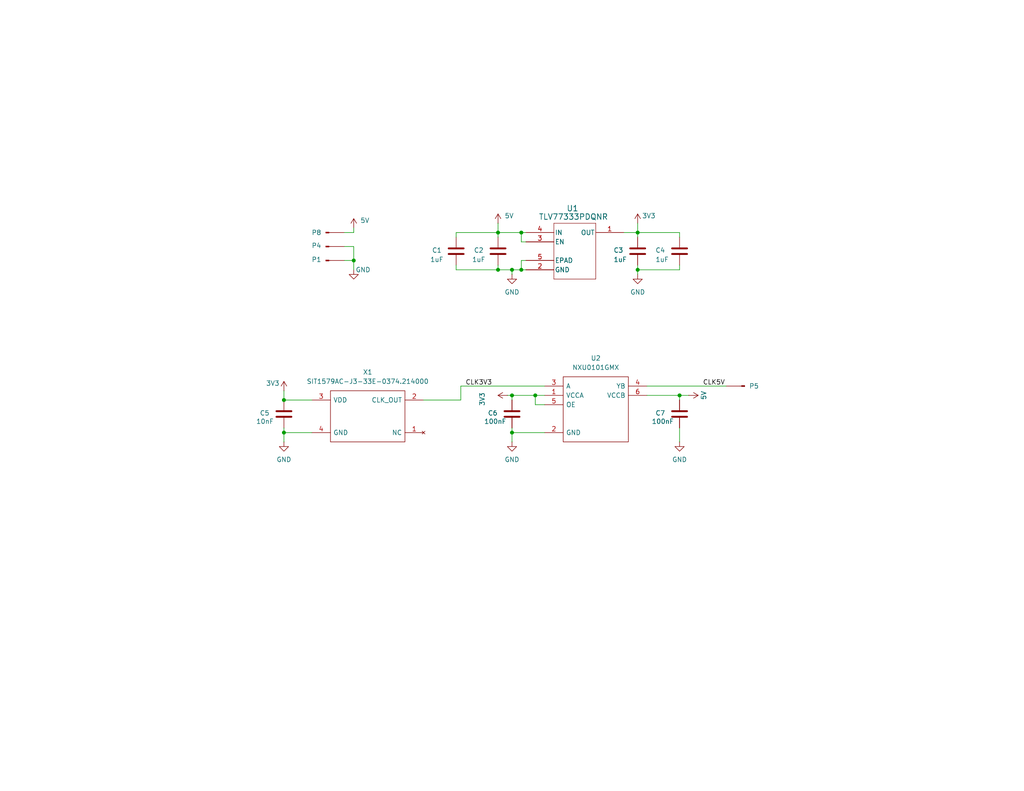
<source format=kicad_sch>
(kicad_sch (version 20250114) (generator "eeschema") (generator_version "9.0")
  (paper "USLetter")
  (title_block (title "Replacement 5V 374.214kHz Oscillator") (date "2025-04-24") (rev "A") (company "Fun & Tech LLC") (comment 1 "Prepared by: Caleb Begly"))
  (lib_symbols
    (symbol "2025-04-23_04-53-40:TLV77333PDQNR" (pin_names (offset 0.254))
      (property "Reference" "U1" (at 12.7 9.144 0))
      (property "Value" "TLV77333PDQNR" (at 12.954 6.858 0))
      (symbol "TLV77333PDQNR_0_1"
        (polyline (pts (xy 7.62 5.08) (xy 7.62 -10.16)) (stroke (width 0.127)))
        (polyline (pts (xy 7.62 -10.16) (xy 19.05 -10.16)) (stroke (width 0.127)))
        (polyline (pts (xy 19.05 5.08) (xy 7.62 5.08)) (stroke (width 0.127)))
        (polyline (pts (xy 19.05 -10.16) (xy 19.05 5.08)) (stroke (width 0.127)))
        (pin input line (at 0 2.54 0) (length 7.62) (name "IN") (number "4"))
        (pin input line (at 0 0 0) (length 7.62) (name "EN") (number "3"))
        (pin power_out line (at 0 -5.08 0) (length 7.62) (name "EPAD") (number "5"))
        (pin power_out line (at 0 -7.62 0) (length 7.62) (name "GND") (number "2"))
        (pin output line (at 26.67 2.54 180) (length 7.62) (name "OUT") (number "1"))
      )
    )
    (symbol "Conn_01x01_Pin_1" (pin_numbers (hide yes)) (pin_names (offset 1.016) (hide yes))
      (property "Reference" "J" (at 0 2.54 0))
      (property "Value" "Conn_01x01_Pin" (at 0 -2.54 0))
      (symbol "Conn_01x01_Pin_1_1_1"
        (rectangle (start 0.8636 0.127) (end 0 -0.127) (stroke (width 0.1524)) (fill (type outline)))
        (polyline (pts (xy 1.27 0) (xy 0.8636 0)) (stroke (width 0.1524)))
        (pin passive line (at 5.08 0 180) (length 3.81) (name "Pin_1") (number "1"))
      )
    )
    (symbol "Conn_01x01_Pin_2" (pin_numbers (hide yes)) (pin_names (offset 1.016) (hide yes))
      (property "Reference" "J" (at 0 2.54 0))
      (property "Value" "Conn_01x01_Pin" (at 0 -2.54 0))
      (symbol "Conn_01x01_Pin_2_1_1"
        (rectangle (start 0.8636 0.127) (end 0 -0.127) (stroke (width 0.1524)) (fill (type outline)))
        (polyline (pts (xy 1.27 0) (xy 0.8636 0)) (stroke (width 0.1524)))
        (pin passive line (at 5.08 0 180) (length 3.81) (name "Pin_1") (number "1"))
      )
    )
    (symbol "Conn_01x01_Pin_3" (pin_numbers (hide yes)) (pin_names (offset 1.016) (hide yes))
      (property "Reference" "J" (at 0 2.54 0))
      (property "Value" "Conn_01x01_Pin" (at 0 -2.54 0))
      (symbol "Conn_01x01_Pin_3_1_1"
        (rectangle (start 0.8636 0.127) (end 0 -0.127) (stroke (width 0.1524)) (fill (type outline)))
        (polyline (pts (xy 1.27 0) (xy 0.8636 0)) (stroke (width 0.1524)))
        (pin passive line (at 5.08 0 180) (length 3.81) (name "Pin_1") (number "1"))
      )
    )
    (symbol "Connector:Conn_01x01_Pin" (pin_numbers (hide yes)) (pin_names (offset 1.016) (hide yes))
      (property "Reference" "J" (at 0 2.54 0))
      (property "Value" "Conn_01x01_Pin" (at 0 -2.54 0))
      (symbol "Conn_01x01_Pin_1_1"
        (rectangle (start 0.8636 0.127) (end 0 -0.127) (stroke (width 0.1524)) (fill (type outline)))
        (polyline (pts (xy 1.27 0) (xy 0.8636 0)) (stroke (width 0.1524)))
        (pin passive line (at 5.08 0 180) (length 3.81) (name "Pin_1") (number "1"))
      )
    )
    (symbol "Device:C" (pin_numbers (hide yes)) (pin_names (offset 0.254))
      (property "Reference" "C" (at 0.635 2.54 0))
      (property "Value" "C" (at 0.635 -2.54 0))
      (symbol "C_0_1"
        (polyline (pts (xy -2.032 0.762) (xy 2.032 0.762)) (stroke (width 0.508)))
        (polyline (pts (xy -2.032 -0.762) (xy 2.032 -0.762)) (stroke (width 0.508)))
      )
      (symbol "C_1_1"
        (pin passive line (at 0 3.81 270) (length 2.794) (name "~") (number "1"))
        (pin passive line (at 0 -3.81 90) (length 2.794) (name "~") (number "2"))
      )
    )
    (symbol "SamacSys_Parts:NXU0101GMX" (pin_names (offset 0.762))
      (property "Reference" "AT1" (at 13.97 7.62 0))
      (property "Value" "NXU0101GMX" (at 13.97 5.08 0))
      (symbol "NXU0101GMX_0_0"
        (pin input line (at 0 0 0) (length 5.08) (name "A") (number "3"))
        (pin power_in line (at 0 -2.54 0) (length 5.08) (name "VCCA") (number "1"))
        (pin input line (at 0 -5.08 0) (length 5.08) (name "OE") (number "5"))
        (pin power_in line (at 0 -12.7 0) (length 5.08) (name "GND") (number "2"))
        (pin output line (at 27.94 0 180) (length 5.08) (name "YB") (number "4"))
        (pin power_in line (at 27.94 -2.54 180) (length 5.08) (name "VCCB") (number "6"))
      )
      (symbol "NXU0101GMX_0_1"
        (polyline (pts (xy 5.08 2.54) (xy 22.86 2.54) (xy 22.86 -15.24) (xy 5.08 -15.24) (xy 5.08 2.54)) (stroke (width 0.1524)))
      )
    )
    (symbol "SamacSys_Parts:SiT1579A-J3-0001" (pin_names (offset 0.762))
      (property "Reference" "X1" (at 15.24 7.62 0))
      (property "Value" "SIT1579AC-J3-33E-0374.214000" (at 15.24 5.08 0))
      (symbol "SiT1579A-J3-0001_0_0"
        (pin passive line (at 0 0 0) (length 5.08) (name "VDD") (number "3"))
        (pin passive line (at 0 -8.89 0) (length 5.08) (name "GND") (number "4"))
        (pin passive line (at 30.48 0 180) (length 5.08) (name "CLK_OUT") (number "2"))
        (pin no_connect line (at 30.48 -8.89 180) (length 5.08) (name "NC") (number "1"))
      )
      (symbol "SiT1579A-J3-0001_0_1"
        (polyline (pts (xy 5.08 2.54) (xy 25.4 2.54) (xy 25.4 -11.43) (xy 5.08 -11.43) (xy 5.08 2.54)) (stroke (width 0.1524)))
      )
    )
    (symbol "power:GND" (power) (pin_numbers (hide yes)) (pin_names (offset 0) (hide yes))
      (property "Value" "GND" (at 0 -3.81 0))
      (symbol "GND_0_1"
        (polyline (pts (xy 0 0) (xy 0 -1.27) (xy 1.27 -1.27) (xy 0 -2.54) (xy -1.27 -1.27) (xy 0 -1.27)))
      )
      (symbol "GND_1_1"
        (pin power_in line (at 0 0 270) (length 0) (name "~") (number "1"))
      )
    )
    (symbol "power:VDD" (power) (pin_numbers (hide yes)) (pin_names (offset 0) (hide yes))
      (property "Value" "VDD" (at 0 3.556 0))
      (symbol "VDD_0_1"
        (polyline (pts (xy -0.762 1.27) (xy 0 2.54)))
        (polyline (pts (xy 0 2.54) (xy 0.762 1.27)))
        (polyline (pts (xy 0 0) (xy 0 2.54)))
      )
      (symbol "VDD_1_1"
        (pin power_in line (at 0 0 90) (length 0) (name "~") (number "1"))
      )
    )
  )
  (junction (at 173.99 73.66))
  (junction (at 139.7 73.66))
  (junction (at 146.05 107.95))
  (junction (at 135.89 63.5))
  (junction (at 142.24 73.66))
  (junction (at 77.47 109.22))
  (junction (at 142.24 63.5))
  (junction (at 173.99 63.5))
  (junction (at 96.52 71.12))
  (junction (at 139.7 118.11))
  (junction (at 139.7 107.95))
  (junction (at 135.89 73.66))
  (junction (at 185.42 107.95))
  (junction (at 77.47 118.11))
  (wire (pts (xy 146.05 110.49) (xy 146.05 107.95)))
  (wire (pts (xy 185.42 72.39) (xy 185.42 73.66)))
  (wire (pts (xy 124.46 73.66) (xy 135.89 73.66)))
  (wire (pts (xy 135.89 73.66) (xy 139.7 73.66)))
  (wire (pts (xy 148.59 110.49) (xy 146.05 110.49)))
  (wire (pts (xy 124.46 64.77) (xy 124.46 63.5)))
  (wire (pts (xy 143.51 71.12) (xy 142.24 71.12)))
  (wire (pts (xy 142.24 73.66) (xy 143.51 73.66)))
  (wire (pts (xy 77.47 118.11) (xy 77.47 120.65)))
  (wire (pts (xy 135.89 72.39) (xy 135.89 73.66)))
  (wire (pts (xy 77.47 106.68) (xy 77.47 109.22)))
  (wire (pts (xy 96.52 73.66) (xy 96.52 71.12)))
  (wire (pts (xy 139.7 73.66) (xy 142.24 73.66)))
  (wire (pts (xy 77.47 118.11) (xy 85.09 118.11)))
  (wire (pts (xy 173.99 73.66) (xy 185.42 73.66)))
  (wire (pts (xy 139.7 118.11) (xy 139.7 116.84)))
  (wire (pts (xy 185.42 107.95) (xy 185.42 109.22)))
  (wire (pts (xy 124.46 63.5) (xy 135.89 63.5)))
  (wire (pts (xy 135.89 63.5) (xy 135.89 64.77)))
  (wire (pts (xy 138.43 107.95) (xy 139.7 107.95)))
  (wire (pts (xy 143.51 63.5) (xy 142.24 63.5)))
  (wire (pts (xy 93.98 71.12) (xy 96.52 71.12)))
  (wire (pts (xy 148.59 118.11) (xy 139.7 118.11)))
  (wire (pts (xy 125.73 109.22) (xy 125.73 105.41)))
  (wire (pts (xy 77.47 109.22) (xy 85.09 109.22)))
  (wire (pts (xy 173.99 72.39) (xy 173.99 73.66)))
  (wire (pts (xy 124.46 72.39) (xy 124.46 73.66)))
  (wire (pts (xy 173.99 60.96) (xy 173.99 63.5)))
  (wire (pts (xy 139.7 73.66) (xy 139.7 74.93)))
  (wire (pts (xy 96.52 67.31) (xy 93.98 67.31)))
  (wire (pts (xy 96.52 71.12) (xy 96.52 67.31)))
  (wire (pts (xy 173.99 63.5) (xy 170.18 63.5)))
  (wire (pts (xy 93.98 63.5) (xy 96.52 63.5)))
  (wire (pts (xy 139.7 118.11) (xy 139.7 120.65)))
  (wire (pts (xy 173.99 73.66) (xy 173.99 74.93)))
  (wire (pts (xy 142.24 71.12) (xy 142.24 73.66)))
  (wire (pts (xy 135.89 63.5) (xy 142.24 63.5)))
  (wire (pts (xy 187.96 107.95) (xy 185.42 107.95)))
  (wire (pts (xy 96.52 63.5) (xy 96.52 62.23)))
  (wire (pts (xy 115.57 109.22) (xy 125.73 109.22)))
  (wire (pts (xy 173.99 64.77) (xy 173.99 63.5)))
  (wire (pts (xy 139.7 107.95) (xy 139.7 109.22)))
  (wire (pts (xy 176.53 107.95) (xy 185.42 107.95)))
  (wire (pts (xy 135.89 60.96) (xy 135.89 63.5)))
  (wire (pts (xy 142.24 66.04) (xy 142.24 63.5)))
  (wire (pts (xy 77.47 116.84) (xy 77.47 118.11)))
  (wire (pts (xy 143.51 66.04) (xy 142.24 66.04)))
  (wire (pts (xy 185.42 64.77) (xy 185.42 63.5)))
  (wire (pts (xy 148.59 107.95) (xy 146.05 107.95)))
  (wire (pts (xy 185.42 116.84) (xy 185.42 120.65)))
  (wire (pts (xy 176.53 105.41) (xy 198.12 105.41)))
  (wire (pts (xy 125.73 105.41) (xy 148.59 105.41)))
  (wire (pts (xy 146.05 107.95) (xy 139.7 107.95)))
  (wire (pts (xy 173.99 63.5) (xy 185.42 63.5)))
  (label "CLK5V" (at 191.77 105.41 0))
  (label "CLK3V3" (at 127 105.41 0))
  (symbol (lib_name "Conn_01x01_Pin_2") (lib_id "Connector:Conn_01x01_Pin") (at 203.2 105.41 0) (mirror y) (unit 1)
    (property "Reference" "P5" (at 205.74 105.41 0))
    (property "Value" "Conn_01x01_Pin" (effects (hide yes)))
    (property "Footprint" "Connector_PinHeader_2.54mm:PinHeader_1x01_P2.54mm_Vertical" (effects (hide yes)))
    (property "Description" "Generic connector, single row, 01x01, script generated" (effects (hide yes)))
  )
  (symbol (lib_id "power:VDD") (at 187.96 107.95 270) (unit 1)
    (property "Reference" "#PWR012" (effects (hide yes)))
    (property "Value" "5V" (at 192.024 107.95 0))
    (property "Description" "Power symbol creates a global label with name \"VDD\"" (effects (hide yes)))
  )
  (symbol (lib_id "power:VDD") (at 96.52 62.23 0) (unit 1)
    (property "Reference" "#PWR03" (effects (hide yes)))
    (property "Value" "5V" (at 99.568 60.198 0))
    (property "Description" "Power symbol creates a global label with name \"VDD\"" (effects (hide yes)))
  )
  (symbol (lib_id "Device:C") (at 77.47 113.03 0) (unit 1)
    (property "Reference" "C5" (at 70.866 112.776 0) (effects (justify left)))
    (property "Value" "10nF" (at 69.85 115.062 0) (effects (justify left)))
    (property "Footprint" "Capacitor_SMD:C_0201_0603Metric" (effects (hide yes)))
    (property "Description" "Unpolarized capacitor" (effects (hide yes)))
  )
  (symbol (lib_name "Conn_01x01_Pin_3") (lib_id "Connector:Conn_01x01_Pin") (at 88.9 67.31 0) (unit 1)
    (property "Reference" "P4" (at 86.36 67.056 0))
    (property "Value" "Conn_01x01_Pin" (effects (hide yes)))
    (property "Footprint" "Connector_PinHeader_2.54mm:PinHeader_1x01_P2.54mm_Vertical" (effects (hide yes)))
    (property "Description" "Generic connector, single row, 01x01, script generated" (effects (hide yes)))
  )
  (symbol (lib_id "Connector:Conn_01x01_Pin") (at 88.9 71.12 0) (unit 1)
    (property "Reference" "P1" (at 86.36 70.866 0))
    (property "Value" "Conn_01x01_Pin" (effects (hide yes)))
    (property "Footprint" "Connector_PinHeader_2.54mm:PinHeader_1x01_P2.54mm_Vertical" (effects (hide yes)))
    (property "Description" "Generic connector, single row, 01x01, script generated" (effects (hide yes)))
  )
  (symbol (lib_id "power:GND") (at 139.7 120.65 0) (unit 1)
    (property "Reference" "#PWR08" (effects (hide yes)))
    (property "Value" "GND" (at 139.7 125.476 0))
    (property "Description" "Power symbol creates a global label with name \"GND\" , ground" (effects (hide yes)))
  )
  (symbol (lib_id "power:GND") (at 185.42 120.65 0) (unit 1)
    (property "Reference" "#PWR09" (effects (hide yes)))
    (property "Value" "GND" (at 185.42 125.476 0))
    (property "Description" "Power symbol creates a global label with name \"GND\" , ground" (effects (hide yes)))
  )
  (symbol (lib_id "power:VDD") (at 173.99 60.96 0) (unit 1)
    (property "Reference" "#PWR06" (effects (hide yes)))
    (property "Value" "3V3" (at 177.038 58.928 0))
    (property "Description" "Power symbol creates a global label with name \"VDD\"" (effects (hide yes)))
  )
  (symbol (lib_id "Device:C") (at 173.99 68.58 0) (unit 1)
    (property "Reference" "C3" (at 167.386 68.326 0) (effects (justify left)))
    (property "Value" "1uF" (at 167.386 70.866 0) (effects (justify left)))
    (property "Footprint" "Capacitor_SMD:C_0201_0603Metric" (effects (hide yes)))
    (property "Description" "Unpolarized capacitor" (effects (hide yes)))
  )
  (symbol (lib_id "power:VDD") (at 135.89 60.96 0) (unit 1)
    (property "Reference" "#PWR011" (effects (hide yes)))
    (property "Value" "5V" (at 138.938 58.928 0))
    (property "Description" "Power symbol creates a global label with name \"VDD\"" (effects (hide yes)))
  )
  (symbol (lib_id "Device:C") (at 124.46 68.58 0) (unit 1)
    (property "Reference" "C1" (at 117.856 68.326 0) (effects (justify left)))
    (property "Value" "1uF" (at 117.348 70.866 0) (effects (justify left)))
    (property "Footprint" "Capacitor_SMD:C_0201_0603Metric" (effects (hide yes)))
    (property "Description" "Unpolarized capacitor" (effects (hide yes)))
  )
  (symbol (lib_id "power:GND") (at 173.99 74.93 0) (unit 1)
    (property "Reference" "#PWR05" (effects (hide yes)))
    (property "Value" "GND" (at 173.99 79.756 0))
    (property "Description" "Power symbol creates a global label with name \"GND\" , ground" (effects (hide yes)))
  )
  (symbol (lib_name "Conn_01x01_Pin_1") (lib_id "Connector:Conn_01x01_Pin") (at 88.9 63.5 0) (unit 1)
    (property "Reference" "P8" (at 86.36 63.5 0))
    (property "Value" "Conn_01x01_Pin" (effects (hide yes)))
    (property "Footprint" "Connector_PinHeader_2.54mm:PinHeader_1x01_P2.54mm_Vertical" (effects (hide yes)))
    (property "Description" "Generic connector, single row, 01x01, script generated" (effects (hide yes)))
  )
  (symbol (lib_id "Device:C") (at 139.7 113.03 0) (unit 1)
    (property "Reference" "C6" (at 133.096 112.776 0) (effects (justify left)))
    (property "Value" "100nF" (at 132.08 115.062 0) (effects (justify left)))
    (property "Footprint" "Capacitor_SMD:C_0201_0603Metric" (effects (hide yes)))
    (property "Description" "Unpolarized capacitor" (effects (hide yes)))
  )
  (symbol (lib_id "Device:C") (at 185.42 68.58 0) (unit 1)
    (property "Reference" "C4" (at 178.816 68.326 0) (effects (justify left)))
    (property "Value" "1uF" (at 178.816 70.866 0) (effects (justify left)))
    (property "Footprint" "Capacitor_SMD:C_0201_0603Metric" (effects (hide yes)))
    (property "Description" "Unpolarized capacitor" (effects (hide yes)))
  )
  (symbol (lib_id "power:GND") (at 77.47 120.65 0) (unit 1)
    (property "Reference" "#PWR01" (effects (hide yes)))
    (property "Value" "GND" (at 77.47 125.476 0))
    (property "Description" "Power symbol creates a global label with name \"GND\" , ground" (effects (hide yes)))
  )
  (symbol (lib_id "SamacSys_Parts:NXU0101GMX") (at 148.59 105.41 0) (unit 1)
    (property "Reference" "U2" (at 162.56 97.79 0))
    (property "Value" "NXU0101GMX" (at 162.56 100.33 0))
    (property "Footprint" "SON50P100X145X50-6N" (effects (hide yes)))
    (property "Datasheet" "https://www.nexperia.com/product/NXU0101GM" (effects (hide yes)))
    (property "Description" "1-bit dual-supply buffer/level translator with Schmitt-trigger; 3-state" (effects (hide yes)))
    (property "Description_1" "1-bit dual-supply buffer/level translator with Schmitt-trigger; 3-state" (effects (hide yes)))
    (property "Height" "0.5" (effects (hide yes)))
    (property "Manufacturer_Name" "Nexperia" (effects (hide yes)))
    (property "Manufacturer_Part_Number" "NXU0101GMX" (effects (hide yes)))
  )
  (symbol (lib_id "Device:C") (at 185.42 113.03 0) (unit 1)
    (property "Reference" "C7" (at 178.816 112.776 0) (effects (justify left)))
    (property "Value" "100nF" (at 177.8 115.062 0) (effects (justify left)))
    (property "Footprint" "Capacitor_SMD:C_0201_0603Metric" (effects (hide yes)))
    (property "Description" "Unpolarized capacitor" (effects (hide yes)))
  )
  (symbol (lib_id "power:GND") (at 139.7 74.93 0) (unit 1)
    (property "Reference" "#PWR04" (effects (hide yes)))
    (property "Value" "GND" (at 139.7 79.756 0))
    (property "Description" "Power symbol creates a global label with name \"GND\" , ground" (effects (hide yes)))
  )
  (symbol (lib_id "Device:C") (at 135.89 68.58 0) (unit 1)
    (property "Reference" "C2" (at 129.286 68.326 0) (effects (justify left)))
    (property "Value" "1uF" (at 128.778 70.866 0) (effects (justify left)))
    (property "Footprint" "Capacitor_SMD:C_0201_0603Metric" (effects (hide yes)))
    (property "Description" "Unpolarized capacitor" (effects (hide yes)))
  )
  (symbol (lib_id "power:VDD") (at 138.43 107.95 90) (unit 1)
    (property "Reference" "#PWR010" (effects (hide yes)))
    (property "Value" "3V3" (at 131.572 108.966 0))
    (property "Description" "Power symbol creates a global label with name \"VDD\"" (effects (hide yes)))
  )
  (symbol (lib_id "SamacSys_Parts:SiT1579A-J3-0001") (at 85.09 109.22 0) (unit 1)
    (property "Reference" "X1" (at 100.33 101.6 0))
    (property "Value" "SIT1579AC-J3-33E-0374.214000" (at 100.33 104.14 0))
    (property "Footprint" "CSP_1508_4pins" (effects (hide yes)))
    (property "Datasheet" "https://www.sitime.com/support/resource-library/datasheets/sit1579-datasheet" (effects (hide yes)))
    (property "Description" "1.2 mm2 Power, Low-Jitter, 1 Hz  2.5 MHz Oscillator, 1.5 x 0.8 x 0.54 mm Package" (effects (hide yes)))
    (property "Description_1" "1.2 mm2 Power, Low-Jitter, 1 Hz  2.5 MHz Oscillator, 1.5 x 0.8 x 0.54 mm Package" (effects (hide yes)))
    (property "Height" "0.6" (effects (hide yes)))
    (property "Manufacturer_Name" "SiTime" (effects (hide yes)))
    (property "Manufacturer_Part_Number" "SiT1579A-J3-0001" (effects (hide yes)))
  )
  (symbol (lib_id "power:GND") (at 96.52 73.66 0) (unit 1)
    (property "Reference" "#PWR02" (effects (hide yes)))
    (property "Value" "GND" (at 99.06 73.66 0))
    (property "Description" "Power symbol creates a global label with name \"GND\" , ground" (effects (hide yes)))
  )
  (symbol (lib_id "2025-04-23_04-53-40:TLV77333PDQNR") (at 143.51 66.04 0) (unit 1)
    (property "Reference" "U1" (at 156.21 56.896 0) (effects (font (size 1.524 1.524))))
    (property "Value" "TLV77333PDQNR" (at 156.464 59.182 0) (effects (font (size 1.524 1.524))))
    (property "Footprint" "X2SON_DQN4_TEX" (effects (hide yes)))
    (property "Datasheet" "TLV77333PDQNR" (effects (hide yes)))
  )
  (symbol (lib_id "power:VDD") (at 77.47 106.68 0) (unit 1)
    (property "Reference" "#PWR07" (effects (hide yes)))
    (property "Value" "3V3" (at 74.422 104.648 0))
    (property "Description" "Power symbol creates a global label with name \"VDD\"" (effects (hide yes)))
  )
)
</source>
